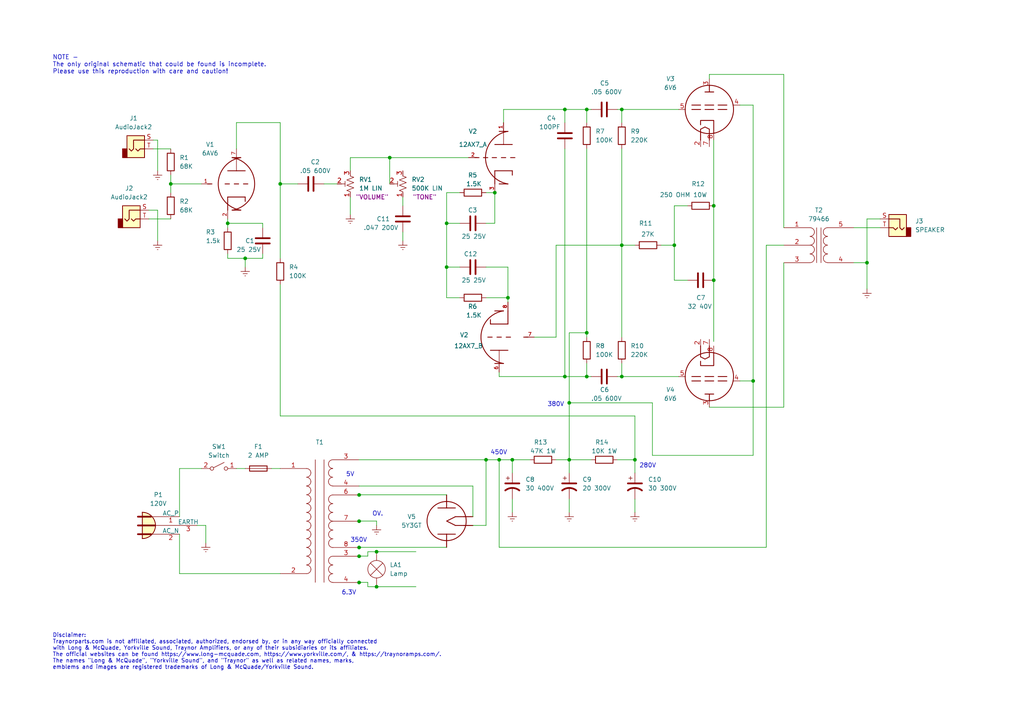
<source format=kicad_sch>
(kicad_sch (version 20211123) (generator eeschema)
  (paper "A4")
  (title_block (title "Traynor \"Bass Mate\" YBA-2 (6AV6)") (date "2022-12-31") (rev "1.0") (comment 1 "Redrawn By: Traynorparts.com") (comment 2 "Edited By: Don Doucette") (comment 3 "Originally Drawn By: Grant Laughlen") (comment 4 "Design By: Pete Traynor"))
  (lib_symbols
    (symbol "6V6GT_1"
      (property "Reference" "V" (at -14.605 6.35 0))
      (symbol "6V6GT_1_0_1"
        (polyline (pts (xy -5.08 -1.27) (xy -2.54 -1.27) (xy -3.175 -1.27)) (stroke (width 0.254)))
        (polyline (pts (xy -5.08 0) (xy -2.54 0) (xy -3.175 0)) (stroke (width 0.254)))
        (polyline (pts (xy -1.27 -1.27) (xy 1.27 -1.27) (xy 0.635 -1.27)) (stroke (width 0.254)))
        (polyline (pts (xy -1.27 0) (xy 1.27 0) (xy 0.635 0)) (stroke (width 0.254)))
        (polyline (pts (xy 2.54 -1.27) (xy 5.08 -1.27) (xy 4.445 -1.27)) (stroke (width 0.254)))
        (polyline (pts (xy 2.54 0) (xy 5.08 0) (xy 4.445 0)) (stroke (width 0.254)))
        (polyline (pts (xy 0 -6.985) (xy 0 -5.08) (xy -1.27 -5.08) (xy 1.27 -5.08)) (stroke (width 0.254)))
        (polyline (pts (xy 1.27 6.985) (xy 1.27 3.175) (xy -2.54 3.175) (xy -2.54 4.445)) (stroke (width 0.254)))
        (polyline (pts (xy -2.54 8.89) (xy -2.54 5.715) (xy -1.27 5.08) (xy 0 5.715) (xy 0 8.89) (xy 0 8.255)) (stroke (width 0.254)))
        (circle (center 0 0) (radius 7.0138) (stroke (width 0.254)))
      )
      (symbol "6V6GT_1_1_1"
        (pin passive line (at -2.54 10.795 270) (length 2) (name "") (number "2"))
        (pin passive line (at 0 -8.89 90) (length 2.54) (name "~") (number "3"))
        (pin passive line (at 8.89 -1.27 180) (length 2) (name "~") (number "4"))
        (pin passive line (at -8.89 0 0) (length 2) (name "~") (number "5"))
        (pin passive line (at 0 10.795 270) (length 2) (name "") (number "7"))
        (pin passive line (at 1.27 8.89 270) (length 2) (name "~") (number "8"))
      )
    )
    (symbol "Amplifier Library:12AX7_A"
      (property "Reference" "V" (at -11.43 3.175 0))
      (symbol "12AX7_A_1_0"
        (polyline (pts (xy -5.842 0) (xy -4.572 0)) (stroke (width 0.254)))
        (polyline (pts (xy -0.762 0) (xy 0.508 0)) (stroke (width 0.254)))
        (polyline (pts (xy 0 -7.62) (xy 0 -3.81)) (stroke (width 0.254)))
        (polyline (pts (xy 0 -3.81) (xy 5.08 -3.81)) (stroke (width 0.254)))
        (polyline (pts (xy 0 3.81) (xy 2.54 3.81)) (stroke (width 0.254)))
        (polyline (pts (xy 1.27 -7.62) (xy 3.81 -7.62)) (stroke (width 0.254)))
        (polyline (pts (xy 1.905 0) (xy 3.175 0)) (stroke (width 0.254)))
        (polyline (pts (xy 2.54 3.81) (xy 5.08 3.81)) (stroke (width 0.254)))
        (polyline (pts (xy 2.54 7.62) (xy 2.54 3.81)) (stroke (width 0.1524)))
        (polyline (pts (xy 4.572 0) (xy 5.842 0)) (stroke (width 0.254)))
        (polyline (pts (xy 5.08 -5.08) (xy 5.08 -3.81)) (stroke (width 0.254)))
        (polyline (pts (xy 1.27 7.62) (xy 3.81 7.62) (xy 3.175 7.62)) (stroke (width 0.254)))
        (arc (start 1.3208 -7.62) (mid 10.2569 0) (end 1.3208 7.62) (stroke (width 0.254)))
        (pin passive line (at 2.54 10.16 270) (length 2.54) (name "~") (number "6"))
        (pin passive line (at -7.62 0 0) (length 2.54) (name "~") (number "7"))
        (pin passive line (at 0 -10.16 90) (length 2.54) (name "~") (number "8"))
      )
    )
    (symbol "Amplifier Library:12AX7_B"
      (property "Reference" "V" (at -5.08 6.35 0))
      (symbol "12AX7_B_0_0"
        (polyline (pts (xy 2.54 -7.62) (xy 0 -7.62)) (stroke (width 0.254)))
        (polyline (pts (xy 2.54 7.62) (xy 0 7.62)) (stroke (width 0.254)))
      )
      (symbol "12AX7_B_1_0"
        (polyline (pts (xy -7.112 0) (xy -5.842 0)) (stroke (width 0.254)))
        (polyline (pts (xy -4.572 0) (xy -3.302 0)) (stroke (width 0.254)))
        (polyline (pts (xy -2.032 0) (xy -0.762 0)) (stroke (width 0.254)))
        (polyline (pts (xy -1.27 -7.62) (xy -1.27 -3.81)) (stroke (width 0.254)))
        (polyline (pts (xy -1.27 -3.81) (xy 3.81 -3.81)) (stroke (width 0.254)))
        (polyline (pts (xy -1.27 3.81) (xy 1.27 3.81)) (stroke (width 0.254)))
        (polyline (pts (xy 0.635 0) (xy 1.905 0)) (stroke (width 0.254)))
        (polyline (pts (xy 1.27 3.81) (xy 3.81 3.81)) (stroke (width 0.254)))
        (polyline (pts (xy 1.27 7.62) (xy 1.27 3.81)) (stroke (width 0.1524)))
        (polyline (pts (xy 3.302 0) (xy 4.572 0)) (stroke (width 0.254)))
        (polyline (pts (xy 3.81 -5.08) (xy 3.81 -3.81)) (stroke (width 0.254)))
        (arc (start 2.54 7.62) (mid -6.3961 0) (end 2.54 -7.62) (stroke (width 0.254)))
        (pin passive line (at 1.27 10.16 270) (length 2.54) (name "~") (number "1"))
        (pin passive line (at -8.89 0 0) (length 2.54) (name "~") (number "2"))
        (pin passive line (at -1.27 -10.16 90) (length 2.54) (name "~") (number "3"))
      )
    )
    (symbol "Amplifier Library:5Y3GT"
      (property "Reference" "V" (at -11.43 3.175 0))
      (symbol "5Y3GT_0_1"
        (circle (center 2.54 0) (radius 5.6796) (stroke (width 0.254)))
      )
      (symbol "5Y3GT_1_0"
        (polyline (pts (xy 0 -3.81) (xy 2.54 -3.81)) (stroke (width 0.254)))
        (polyline (pts (xy 0 3.81) (xy 2.54 3.81)) (stroke (width 0.254)))
        (polyline (pts (xy 2.54 -7.62) (xy 2.54 -3.81)) (stroke (width 0.254)))
        (polyline (pts (xy 2.54 -3.81) (xy 5.08 -3.81)) (stroke (width 0.254)))
        (polyline (pts (xy 2.54 3.81) (xy 5.08 3.81)) (stroke (width 0.254)))
        (polyline (pts (xy 2.54 7.62) (xy 2.54 3.81)) (stroke (width 0.254)))
        (polyline (pts (xy 5.08 -1.27) (xy 7.62 -1.27)) (stroke (width 0.254)))
        (polyline (pts (xy 5.08 1.27) (xy 7.62 1.27)) (stroke (width 0.254)))
        (polyline (pts (xy 7.62 -1.27) (xy 10.16 -1.27)) (stroke (width 0.254)))
        (polyline (pts (xy 7.62 1.27) (xy 10.16 1.27)) (stroke (width 0.254)))
        (polyline (pts (xy 5.08 1.27) (xy 2.54 0) (xy 5.08 -1.27)) (stroke (width 0.254)))
        (pin passive line (at 2.54 -7.62 90) (length 2.54) (name "~") (number ""))
        (pin passive line (at 2.54 7.62 270) (length 2.54) (name "~") (number ""))
        (pin passive line (at 10.16 -1.27 180) (length 2.54) (name "~") (number ""))
        (pin passive line (at 10.16 1.27 180) (length 2.54) (name "~") (number ""))
      )
    )
    (symbol "Amplifier Library:6AV6"
      (property "Reference" "V" (at -11.43 3.175 0))
      (symbol "6AV6_1_0"
        (polyline (pts (xy -5.842 0) (xy -4.572 0)) (stroke (width 0.254)))
        (polyline (pts (xy -0.762 0) (xy 0.508 0)) (stroke (width 0.254)))
        (polyline (pts (xy 0 -7.62) (xy 0 -3.81)) (stroke (width 0.254)))
        (polyline (pts (xy 0 -3.81) (xy 5.08 -3.81)) (stroke (width 0.254)))
        (polyline (pts (xy 0 3.81) (xy 2.54 3.81)) (stroke (width 0.254)))
        (polyline (pts (xy 1.27 -7.62) (xy 3.81 -7.62)) (stroke (width 0.254)))
        (polyline (pts (xy 1.905 0) (xy 3.175 0)) (stroke (width 0.254)))
        (polyline (pts (xy 2.54 3.81) (xy 5.08 3.81)) (stroke (width 0.254)))
        (polyline (pts (xy 2.54 7.62) (xy 2.54 3.81)) (stroke (width 0.1524)))
        (polyline (pts (xy 4.572 0) (xy 5.842 0)) (stroke (width 0.254)))
        (polyline (pts (xy 5.08 -5.08) (xy 5.08 -3.81)) (stroke (width 0.254)))
        (polyline (pts (xy 1.27 7.62) (xy 3.81 7.62) (xy 3.175 7.62)) (stroke (width 0.254)))
        (arc (start 1.3208 -7.62) (mid 10.2569 0) (end 1.3208 7.62) (stroke (width 0.254)))
        (arc (start 3.7592 7.62) (mid -5.1769 0) (end 3.7592 -7.62) (stroke (width 0.254)))
        (pin passive line (at -7.62 0 0) (length 2.54) (name "~") (number "1"))
        (pin passive line (at 0 -10.16 90) (length 2.54) (name "~") (number "2"))
        (pin passive line (at 2.54 10.16 270) (length 2.54) (name "~") (number "7"))
      )
    )
    (symbol "Amplifier Library:6V6GT"
      (property "Reference" "V" (at -14.605 6.35 0))
      (symbol "6V6GT_0_1"
        (polyline (pts (xy -5.08 -1.27) (xy -2.54 -1.27) (xy -3.175 -1.27)) (stroke (width 0.254)))
        (polyline (pts (xy -5.08 0) (xy -2.54 0) (xy -3.175 0)) (stroke (width 0.254)))
        (polyline (pts (xy -1.27 -1.27) (xy 1.27 -1.27) (xy 0.635 -1.27)) (stroke (width 0.254)))
        (polyline (pts (xy -1.27 0) (xy 1.27 0) (xy 0.635 0)) (stroke (width 0.254)))
        (polyline (pts (xy 2.54 -1.27) (xy 5.08 -1.27) (xy 4.445 -1.27)) (stroke (width 0.254)))
        (polyline (pts (xy 2.54 0) (xy 5.08 0) (xy 4.445 0)) (stroke (width 0.254)))
        (polyline (pts (xy 0 -6.985) (xy 0 -5.08) (xy -1.27 -5.08) (xy 1.27 -5.08)) (stroke (width 0.254)))
        (polyline (pts (xy 1.27 6.985) (xy 1.27 3.175) (xy -2.54 3.175) (xy -2.54 4.445)) (stroke (width 0.254)))
        (polyline (pts (xy -2.54 8.89) (xy -2.54 5.715) (xy -1.27 5.08) (xy 0 5.715) (xy 0 8.89) (xy 0 8.255)) (stroke (width 0.254)))
        (circle (center 0 0) (radius 7.0138) (stroke (width 0.254)))
      )
      (symbol "6V6GT_1_1"
        (pin passive line (at -2.54 10.795 270) (length 2) (name "") (number "2"))
        (pin passive line (at 0 -8.89 90) (length 2.54) (name "~") (number "3"))
        (pin passive line (at 8.89 -1.27 180) (length 2) (name "~") (number "4"))
        (pin passive line (at -8.89 0 0) (length 2) (name "~") (number "5"))
        (pin passive line (at 0 10.795 270) (length 2) (name "") (number "7"))
        (pin passive line (at 1.27 8.89 270) (length 2) (name "~") (number "8"))
      )
    )
    (symbol "Amplifier Library:AudioJack2"
      (property "Reference" "J" (at 0 8.89 0))
      (property "Value" "AudioJack2" (at 0 6.35 0))
      (symbol "AudioJack2_0_1"
        (rectangle (start -3.81 0) (end -2.54 -2.54) (stroke (width 0.254)) (fill (type outline)))
        (rectangle (start -2.54 3.81) (end 2.54 -2.54) (stroke (width 0.254)) (fill (type background)))
        (polyline (pts (xy 0 0) (xy 0.635 -0.635) (xy 1.27 0) (xy 2.54 0)) (stroke (width 0.254)))
        (polyline (pts (xy 2.54 2.54) (xy -0.635 2.54) (xy -0.635 0) (xy -1.27 -0.635) (xy -1.905 0)) (stroke (width 0.254)))
      )
      (symbol "AudioJack2_1_1"
        (pin passive line (at 5.08 2.54 180) (length 2.54) (name "~") (number "S"))
        (pin passive line (at 5.08 0 180) (length 2.54) (name "~") (number "T"))
      )
    )
    (symbol "Amplifier Library:Conn_WallPlug_Earth" (pin_names (offset 0))
      (property "Reference" "P" (at 0 3.81 0))
      (property "Value" "Conn_WallPlug_Earth" (at -5.08 0 90))
      (symbol "Conn_WallPlug_Earth_0_1"
        (arc (start -3.175 -3.81) (mid 0.635 0) (end -3.175 3.81) (stroke (width 0.254)) (fill (type background)))
        (polyline (pts (xy -4.445 -2.54) (xy -0.635 -2.54)) (stroke (width 0.508)))
        (polyline (pts (xy -4.445 0) (xy 0.508 0)) (stroke (width 0.508)))
        (polyline (pts (xy -4.445 2.54) (xy -0.635 2.54)) (stroke (width 0.508)))
        (polyline (pts (xy -3.175 -3.81) (xy -3.175 3.81)) (stroke (width 0.254)))
        (polyline (pts (xy -0.635 -2.54) (xy 2.54 -2.54)))
        (polyline (pts (xy -0.635 2.54) (xy 2.54 2.54)))
        (polyline (pts (xy 0 0) (xy 7.62 0)))
      )
      (symbol "Conn_WallPlug_Earth_1_1"
        (pin power_out line (at 7.62 2.54 180) (length 5.08) (name "AC_P") (number "1"))
        (pin power_out line (at 7.62 -2.54 180) (length 5.08) (name "AC_N") (number "2"))
        (pin passive line (at 12.7 0 180) (length 5.08) (name "EARTH") (number "3"))
      )
    )
    (symbol "Amplifier Library:GTR_Power_Transformer2" (pin_names (offset 1.016) hide)
      (property "Reference" "T" (at 0 12.7 0))
      (property "Value" "GTR_Power_Transformer2" (at 0 -29.21 0))
      (symbol "GTR_Power_Transformer2_0_1"
        (arc (start -3.81 -2.5146) (mid -2.9261 -2.1463) (end -2.54 -1.27))
        (arc (start -3.81 0.0254) (mid -2.9261 0.3937) (end -2.54 1.27))
        (arc (start -3.81 2.5654) (mid -2.9261 2.9337) (end -2.54 3.81))
        (arc (start -3.81 5.1054) (mid -2.9261 5.4737) (end -2.54 6.35))
        (arc (start -3.7915 -22.8791) (mid -2.9076 -22.5108) (end -2.5215 -21.6345))
        (arc (start -3.7915 -20.3391) (mid -2.9076 -19.9708) (end -2.5215 -19.0945))
        (arc (start -3.7915 -17.7991) (mid -2.9076 -17.4308) (end -2.5215 -16.5545))
        (arc (start -3.7915 -15.2591) (mid -2.9076 -14.8908) (end -2.5215 -14.0145))
        (arc (start -3.7915 -12.7191) (mid -2.9076 -12.3508) (end -2.5215 -11.4745))
        (arc (start -3.7915 -10.1791) (mid -2.9076 -9.8108) (end -2.5215 -8.9345))
        (arc (start -3.7915 -7.6391) (mid -2.9076 -7.2708) (end -2.5215 -6.3945))
        (arc (start -3.7915 -5.0991) (mid -2.9076 -4.7308) (end -2.5215 -3.8545))
        (arc (start -2.54 -1.27) (mid -2.912 -0.372) (end -3.81 0))
        (arc (start -2.54 1.27) (mid -2.912 2.168) (end -3.81 2.54))
        (arc (start -2.54 3.81) (mid -2.912 4.708) (end -3.81 5.08))
        (arc (start -2.54 6.35) (mid -2.912 7.248) (end -3.81 7.62))
        (arc (start -2.5215 -21.6345) (mid -2.8935 -20.7365) (end -3.7915 -20.3645))
        (arc (start -2.5215 -19.0945) (mid -2.8935 -18.1965) (end -3.7915 -17.8245))
        (arc (start -2.5215 -16.5545) (mid -2.8935 -15.6565) (end -3.7915 -15.2845))
        (arc (start -2.5215 -14.0145) (mid -2.8935 -13.1165) (end -3.7915 -12.7445))
        (arc (start -2.5215 -11.4745) (mid -2.8935 -10.5765) (end -3.7915 -10.2045))
        (arc (start -2.5215 -8.9345) (mid -2.8935 -8.0365) (end -3.7915 -7.6645))
        (arc (start -2.5215 -6.3945) (mid -2.8935 -5.4965) (end -3.7915 -5.1245))
        (arc (start -2.5215 -3.8545) (mid -2.8935 -2.9565) (end -3.7915 -2.5845))
        (polyline (pts (xy -1.27 10.16) (xy -1.27 -25.4)))
        (polyline (pts (xy 1.27 10.16) (xy 1.27 -25.4)))
        (arc (start 2.5654 3.81) (mid 2.9299 2.9299) (end 3.81 2.5654))
        (arc (start 2.5654 6.35) (mid 2.9299 5.4699) (end 3.81 5.1054))
        (arc (start 2.5654 8.89) (mid 2.9299 8.0099) (end 3.81 7.6454))
        (arc (start 2.5824 -24.172) (mid 2.9469 -25.0521) (end 3.827 -25.4166))
        (arc (start 2.5824 -21.632) (mid 2.9469 -22.5121) (end 3.827 -22.8766))
        (arc (start 2.5824 -19.092) (mid 2.9469 -19.9721) (end 3.827 -20.3366))
        (arc (start 2.5824 -6.392) (mid 2.9469 -7.2721) (end 3.827 -7.6366))
        (arc (start 2.5824 -3.852) (mid 2.9469 -4.7321) (end 3.827 -5.0966))
        (arc (start 2.5824 -1.312) (mid 2.9469 -2.1921) (end 3.827 -2.5566))
        (arc (start 2.5994 -14.054) (mid 2.9639 -14.9341) (end 3.844 -15.2986))
        (arc (start 2.5994 -11.514) (mid 2.9639 -12.3941) (end 3.844 -12.7586))
        (arc (start 2.5994 -8.974) (mid 2.9639 -9.8541) (end 3.844 -10.2186))
        (arc (start 3.81 5.08) (mid 2.9158 4.7115) (end 2.5654 3.81))
        (arc (start 3.81 7.62) (mid 2.9158 7.2515) (end 2.5654 6.35))
        (arc (start 3.81 10.16) (mid 2.9158 9.7915) (end 2.5654 8.89))
        (arc (start 3.827 -22.902) (mid 2.9328 -23.2705) (end 2.5824 -24.172))
        (arc (start 3.827 -20.362) (mid 2.9328 -20.7305) (end 2.5824 -21.632))
        (arc (start 3.827 -17.822) (mid 2.9328 -18.1905) (end 2.5824 -19.092))
        (arc (start 3.827 -5.122) (mid 2.9328 -5.4905) (end 2.5824 -6.392))
        (arc (start 3.827 -2.582) (mid 2.9328 -2.9505) (end 2.5824 -3.852))
        (arc (start 3.827 -0.042) (mid 2.9328 -0.4105) (end 2.5824 -1.312))
        (arc (start 3.844 -12.784) (mid 2.9498 -13.1525) (end 2.5994 -14.054))
        (arc (start 3.844 -10.244) (mid 2.9498 -10.6125) (end 2.5994 -11.514))
        (arc (start 3.844 -7.704) (mid 2.9498 -8.0725) (end 2.5994 -8.974))
      )
      (symbol "GTR_Power_Transformer2_1_1"
        (pin passive line (at -11.43 7.62 0) (length 7.62) (name "IN+") (number "1"))
        (pin passive line (at -11.43 -22.86 0) (length 7.62) (name "IN-") (number "2"))
        (pin passive line (at 11.43 10.16 180) (length 7.62) (name "OUT1A") (number "3"))
        (pin passive line (at 11.447 -17.822 180) (length 7.62) (name "OUT1A") (number "3"))
        (pin passive line (at 11.43 2.54 180) (length 7.62) (name "OUT1B") (number "4"))
        (pin passive line (at 11.447 -25.442 180) (length 7.62) (name "OUT1B") (number "4"))
        (pin passive line (at 11.447 -0.042 180) (length 7.62) (name "OUT1A") (number "6"))
        (pin passive line (at 11.447 -7.662 180) (length 7.62) (name "OUT1B") (number "7"))
        (pin passive line (at 11.447 -15.282 180) (length 7.62) (name "OUT1B") (number "8"))
      )
    )
    (symbol "Amplifier Library:Lamp" (pin_numbers hide) (pin_names (offset 0.0254) hide)
      (property "Reference" "LA" (at 0.635 3.81 0))
      (property "Value" "Lamp" (at 0.635 -3.81 0))
      (symbol "Lamp_0_1"
        (polyline (pts (xy -1.778 1.778) (xy 1.778 -1.778)))
        (polyline (pts (xy 1.778 1.778) (xy -1.778 -1.778)))
        (circle (center 0 0) (radius 2.54))
      )
      (symbol "Lamp_1_1"
        (pin passive line (at 0 -5.08 90) (length 2.54) (name "-") (number "1"))
        (pin passive line (at 0 5.08 270) (length 2.54) (name "+") (number "2"))
      )
    )
    (symbol "Amplifier Library:R_Potentiometer_Trim_US" (pin_names (offset 1.016) hide)
      (property "Reference" "RV" (at -4.445 0 90))
      (property "Value" "R_Potentiometer_Trim_US" (at -2.54 0 90))
      (symbol "R_Potentiometer_Trim_US_0_1"
        (polyline (pts (xy 0 -2.286) (xy 0 -2.54)))
        (polyline (pts (xy 0 2.286) (xy 0 2.54)))
        (polyline (pts (xy 1.524 0.762) (xy 1.524 -0.762)))
        (polyline (pts (xy 2.54 0) (xy 1.524 0)))
        (polyline (pts (xy 0 -0.762) (xy 1.016 -1.143) (xy 0 -1.524) (xy -1.016 -1.905) (xy 0 -2.286)))
        (polyline (pts (xy 0 0.762) (xy 1.016 0.381) (xy 0 0) (xy -1.016 -0.381) (xy 0 -0.762)))
        (polyline (pts (xy 0 2.286) (xy 1.016 1.905) (xy 0 1.524) (xy -1.016 1.143) (xy 0 0.762)))
      )
      (symbol "R_Potentiometer_Trim_US_1_1"
        (pin passive line (at 0 3.81 270) (length 1.27) (name "1") (number "1"))
        (pin passive line (at 3.81 0 180) (length 1.27) (name "2") (number "2"))
        (pin passive line (at 0 -3.81 90) (length 1.27) (name "3") (number "3"))
      )
    )
    (symbol "Amplifier Library:Switch" (pin_names (offset 0) hide)
      (property "Reference" "SW" (at 0 3.81 0))
      (property "Value" "Switch" (at 0 -3.81 0))
      (symbol "Switch_0_0"
        (circle (center -2.032 0) (radius 0.508))
        (polyline (pts (xy 1.524 0.254) (xy -1.524 1.778)))
        (circle (center 2.032 0) (radius 0.508))
      )
      (symbol "Switch_1_1"
        (pin passive line (at -5.08 0 0) (length 2.54) (name "B") (number "1"))
        (pin passive line (at 5.08 0 180) (length 2.54) (name "A") (number "2"))
      )
    )
    (symbol "Device:C" (pin_numbers hide) (pin_names (offset 0.254))
      (property "Reference" "C" (at 0.635 2.54 0))
      (property "Value" "C" (at 0.635 -2.54 0))
      (symbol "C_0_1"
        (polyline (pts (xy -2.032 -0.762) (xy 2.032 -0.762)) (stroke (width 0.508)))
        (polyline (pts (xy -2.032 0.762) (xy 2.032 0.762)) (stroke (width 0.508)))
      )
      (symbol "C_1_1"
        (pin passive line (at 0 3.81 270) (length 2.794) (name "~") (number "1"))
        (pin passive line (at 0 -3.81 90) (length 2.794) (name "~") (number "2"))
      )
    )
    (symbol "Device:C_Polarized_US" (pin_numbers hide) (pin_names (offset 0.254) hide)
      (property "Reference" "C" (at 0.635 2.54 0))
      (property "Value" "C_Polarized_US" (at 0.635 -2.54 0))
      (symbol "C_Polarized_US_0_1"
        (polyline (pts (xy -2.032 0.762) (xy 2.032 0.762)) (stroke (width 0.508)))
        (polyline (pts (xy -1.778 2.286) (xy -0.762 2.286)))
        (polyline (pts (xy -1.27 1.778) (xy -1.27 2.794)))
        (arc (start 2.032 -1.27) (mid 0 -0.5572) (end -2.032 -1.27) (stroke (width 0.508)))
      )
      (symbol "C_Polarized_US_1_1"
        (pin passive line (at 0 3.81 270) (length 2.794) (name "~") (number "1"))
        (pin passive line (at 0 -3.81 90) (length 3.302) (name "~") (number "2"))
      )
    )
    (symbol "Device:Fuse" (pin_numbers hide) (pin_names (offset 0))
      (property "Reference" "F" (at 2.032 0 90))
      (property "Value" "Fuse" (at -1.905 0 90))
      (symbol "Fuse_0_1"
        (rectangle (start -0.762 -2.54) (end 0.762 2.54) (stroke (width 0.254)))
        (polyline (pts (xy 0 2.54) (xy 0 -2.54)))
      )
      (symbol "Fuse_1_1"
        (pin passive line (at 0 3.81 270) (length 1.27) (name "~") (number "1"))
        (pin passive line (at 0 -3.81 90) (length 1.27) (name "~") (number "2"))
      )
    )
    (symbol "Device:R" (pin_numbers hide) (pin_names (offset 0))
      (property "Reference" "R" (at 2.032 0 90))
      (property "Value" "R" (at 0 0 90))
      (symbol "R_0_1"
        (rectangle (start -1.016 -2.54) (end 1.016 2.54) (stroke (width 0.254)))
      )
      (symbol "R_1_1"
        (pin passive line (at 0 3.81 270) (length 1.27) (name "~") (number "1"))
        (pin passive line (at 0 -3.81 90) (length 1.27) (name "~") (number "2"))
      )
    )
    (symbol "Device:Transformer_SP_1S" (pin_names (offset 1.016) hide)
      (property "Reference" "T" (at 0 6.35 0))
      (property "Value" "Transformer_SP_1S" (at 0 -7.62 0))
      (symbol "Transformer_SP_1S_0_1"
        (arc (start -2.54 -5.0546) (mid -1.6599 -4.6901) (end -1.27 -3.81))
        (arc (start -2.54 -2.5146) (mid -1.6599 -2.1501) (end -1.27 -1.27))
        (arc (start -2.54 0.0254) (mid -1.6599 0.3899) (end -1.27 1.27))
        (arc (start -2.54 2.5654) (mid -1.6599 2.9299) (end -1.27 3.81))
        (arc (start -1.27 -3.81) (mid -1.642 -2.912) (end -2.54 -2.54))
        (arc (start -1.27 -1.27) (mid -1.642 -0.372) (end -2.54 0))
        (arc (start -1.27 1.27) (mid -1.642 2.168) (end -2.54 2.54))
        (arc (start -1.27 3.81) (mid -1.642 4.708) (end -2.54 5.08))
        (polyline (pts (xy -0.635 5.08) (xy -0.635 -5.08)))
        (polyline (pts (xy 0.635 -5.08) (xy 0.635 5.08)))
        (arc (start 1.2954 -1.27) (mid 1.6599 -2.1501) (end 2.54 -2.5146))
        (arc (start 1.2954 1.27) (mid 1.6599 0.3899) (end 2.54 0.0254))
        (arc (start 1.2954 3.81) (mid 1.6599 2.9299) (end 2.54 2.5654))
        (arc (start 1.3208 -3.81) (mid 1.6853 -4.6901) (end 2.5654 -5.0546))
        (arc (start 2.54 0) (mid 1.642 -0.372) (end 1.2954 -1.27))
        (arc (start 2.54 2.54) (mid 1.642 2.168) (end 1.2954 1.27))
        (arc (start 2.54 5.08) (mid 1.642 4.708) (end 1.2954 3.81))
        (arc (start 2.5654 -2.54) (mid 1.6674 -2.912) (end 1.3208 -3.81))
      )
      (symbol "Transformer_SP_1S_1_1"
        (pin passive line (at -10.16 5.08 0) (length 7.62) (name "PR1") (number "1"))
        (pin passive line (at -10.16 0 0) (length 7.62) (name "PM") (number "2"))
        (pin passive line (at -10.16 -5.08 0) (length 7.62) (name "PR2") (number "3"))
        (pin passive line (at 10.16 -5.08 180) (length 7.62) (name "S1") (number "4"))
        (pin passive line (at 10.16 5.08 180) (length 7.62) (name "S2") (number "5"))
      )
    )
    (symbol "power:Earth" (power) (pin_names (offset 0))
      (symbol "Earth_0_1"
        (polyline (pts (xy -0.635 -1.905) (xy 0.635 -1.905)))
        (polyline (pts (xy -0.127 -2.54) (xy 0.127 -2.54)))
        (polyline (pts (xy 0 -1.27) (xy 0 0)))
        (polyline (pts (xy 1.27 -1.27) (xy -1.27 -1.27)))
      )
      (symbol "Earth_1_1"
        (pin power_in line (at 0 0 270) (length 0) hide (name "Earth") (number "1"))
      )
    )
  )
  (junction (at 148.59 133.35))
  (junction (at 180.34 31.75))
  (junction (at 165.1 133.35))
  (junction (at 104.157 161.332))
  (junction (at 143.51 55.88))
  (junction (at 71.12 74.93))
  (junction (at 170.18 96.52))
  (junction (at 109.22 170.18))
  (junction (at 113.03 45.72))
  (junction (at 49.53 53.34))
  (junction (at 104.157 151.172))
  (junction (at 81.28 53.34))
  (junction (at 184.15 133.35))
  (junction (at 163.83 109.22))
  (junction (at 251.46 76.2))
  (junction (at 109.22 160.02))
  (junction (at 180.34 109.22))
  (junction (at 129.54 64.77))
  (junction (at 163.83 31.75))
  (junction (at 207.01 59.69))
  (junction (at 104.157 168.952))
  (junction (at 170.18 31.75))
  (junction (at 66.04 64.77))
  (junction (at 195.58 71.12))
  (junction (at 140.97 133.35))
  (junction (at 147.32 86.36))
  (junction (at 207.01 81.28))
  (junction (at 170.18 109.22))
  (junction (at 104.157 158.792))
  (junction (at 144.78 133.35))
  (junction (at 180.34 71.12))
  (junction (at 218.44 110.49))
  (junction (at 104.157 143.552))
  (junction (at 165.1 116.84))
  (junction (at 129.54 77.47))
  (wire (pts (xy 148.59 144.78) (xy 148.59 148.59)))
  (wire (pts (xy 144.78 133.35) (xy 144.78 158.75)))
  (wire (pts (xy 251.46 76.2) (xy 251.46 83.82)))
  (wire (pts (xy 227.33 76.2) (xy 227.33 118.11)))
  (wire (pts (xy 207.01 81.28) (xy 207.01 99.06)))
  (wire (pts (xy 170.18 96.52) (xy 165.1 96.52)))
  (wire (pts (xy 106.68 168.91) (xy 106.68 170.18)))
  (wire (pts (xy 184.15 133.35) (xy 184.15 137.16)))
  (wire (pts (xy 184.15 120.65) (xy 81.28 120.65)))
  (wire (pts (xy 165.1 96.52) (xy 165.1 116.84)))
  (wire (pts (xy 171.45 109.22) (xy 170.18 109.22)))
  (wire (pts (xy 147.32 77.47) (xy 147.32 86.36)))
  (wire (pts (xy 171.45 31.75) (xy 170.18 31.75)))
  (wire (pts (xy 104.14 143.51) (xy 129.54 143.51)))
  (wire (pts (xy 43.18 60.96) (xy 45.72 60.96)))
  (wire (pts (xy 205.74 21.59) (xy 227.33 21.59)))
  (wire (pts (xy 52.07 166.37) (xy 81.28 166.37)))
  (wire (pts (xy 71.12 74.93) (xy 71.12 77.47)))
  (wire (pts (xy 104.14 140.97) (xy 137.16 140.97)))
  (wire (pts (xy 116.84 67.31) (xy 116.84 69.85)))
  (wire (pts (xy 52.07 154.94) (xy 52.07 166.37)))
  (wire (pts (xy 227.33 21.59) (xy 227.33 66.04)))
  (wire (pts (xy 205.74 21.59) (xy 205.74 22.86)))
  (wire (pts (xy 45.72 60.96) (xy 45.72 69.85)))
  (wire (pts (xy 106.68 170.18) (xy 109.22 170.18)))
  (wire (pts (xy 109.22 151.13) (xy 109.22 152.4)))
  (wire (pts (xy 66.04 73.66) (xy 66.04 74.93)))
  (wire (pts (xy 148.59 133.35) (xy 148.59 137.16)))
  (wire (pts (xy 66.04 64.77) (xy 66.04 66.04)))
  (wire (pts (xy 165.1 144.78) (xy 165.1 148.59)))
  (wire (pts (xy 205.74 118.11) (xy 227.33 118.11)))
  (wire (pts (xy 161.29 71.12) (xy 180.34 71.12)))
  (wire (pts (xy 66.04 64.77) (xy 76.2 64.77)))
  (wire (pts (xy 93.98 53.34) (xy 97.79 53.34)))
  (wire (pts (xy 49.53 50.8) (xy 49.53 53.34)))
  (wire (pts (xy 163.83 31.75) (xy 163.83 35.56)))
  (wire (pts (xy 191.77 71.12) (xy 195.58 71.12)))
  (wire (pts (xy 116.84 57.15) (xy 116.84 59.69)))
  (wire (pts (xy 109.22 170.18) (xy 120.65 170.18)))
  (wire (pts (xy 76.2 73.66) (xy 76.2 74.93)))
  (wire (pts (xy 165.1 116.84) (xy 165.1 133.35)))
  (wire (pts (xy 170.18 31.75) (xy 170.18 35.56)))
  (wire (pts (xy 189.23 116.84) (xy 189.23 132.08)))
  (wire (pts (xy 81.28 35.56) (xy 81.28 53.34)))
  (wire (pts (xy 218.44 132.08) (xy 218.44 110.49)))
  (wire (pts (xy 180.34 31.75) (xy 180.34 35.56)))
  (wire (pts (xy 52.07 135.89) (xy 58.42 135.89)))
  (wire (pts (xy 180.34 109.22) (xy 196.85 109.22)))
  (wire (pts (xy 161.29 133.35) (xy 165.1 133.35)))
  (wire (pts (xy 133.35 55.88) (xy 129.54 55.88)))
  (wire (pts (xy 68.58 135.89) (xy 71.12 135.89)))
  (wire (pts (xy 247.65 76.2) (xy 251.46 76.2)))
  (wire (pts (xy 247.65 66.04) (xy 255.27 66.04)))
  (wire (pts (xy 165.1 116.84) (xy 189.23 116.84)))
  (wire (pts (xy 104.14 151.13) (xy 109.22 151.13)))
  (wire (pts (xy 180.34 31.75) (xy 196.85 31.75)))
  (wire (pts (xy 49.53 53.34) (xy 49.53 55.88)))
  (wire (pts (xy 189.23 132.08) (xy 218.44 132.08)))
  (wire (pts (xy 129.54 55.88) (xy 129.54 64.77)))
  (wire (pts (xy 143.51 55.88) (xy 143.51 64.77)))
  (wire (pts (xy 106.68 160.02) (xy 109.22 160.02)))
  (wire (pts (xy 227.33 71.12) (xy 222.25 71.12)))
  (wire (pts (xy 137.16 140.97) (xy 137.16 149.86)))
  (wire (pts (xy 146.05 31.75) (xy 163.83 31.75)))
  (wire (pts (xy 199.39 59.69) (xy 195.58 59.69)))
  (wire (pts (xy 214.63 30.48) (xy 218.44 30.48)))
  (wire (pts (xy 104.14 161.29) (xy 106.68 161.29)))
  (wire (pts (xy 170.18 43.18) (xy 170.18 96.52)))
  (wire (pts (xy 129.54 64.77) (xy 133.35 64.77)))
  (wire (pts (xy 222.25 71.12) (xy 222.25 158.75)))
  (wire (pts (xy 59.69 152.4) (xy 59.69 157.48)))
  (wire (pts (xy 140.97 55.88) (xy 143.51 55.88)))
  (wire (pts (xy 113.03 45.72) (xy 135.89 45.72)))
  (wire (pts (xy 147.32 86.36) (xy 147.32 87.63)))
  (wire (pts (xy 161.29 97.79) (xy 161.29 71.12)))
  (wire (pts (xy 180.34 71.12) (xy 184.15 71.12)))
  (wire (pts (xy 184.15 144.78) (xy 184.15 148.59)))
  (wire (pts (xy 104.14 168.91) (xy 106.68 168.91)))
  (wire (pts (xy 179.07 31.75) (xy 180.34 31.75)))
  (wire (pts (xy 144.78 109.22) (xy 163.83 109.22)))
  (wire (pts (xy 170.18 96.52) (xy 170.18 97.79)))
  (wire (pts (xy 184.15 133.35) (xy 184.15 120.65)))
  (wire (pts (xy 101.6 45.72) (xy 113.03 45.72)))
  (wire (pts (xy 140.97 133.35) (xy 140.97 152.4)))
  (wire (pts (xy 78.74 135.89) (xy 81.28 135.89)))
  (wire (pts (xy 44.45 40.64) (xy 45.72 40.64)))
  (wire (pts (xy 214.63 110.49) (xy 218.44 110.49)))
  (wire (pts (xy 66.04 63.5) (xy 66.04 64.77)))
  (wire (pts (xy 154.94 97.79) (xy 161.29 97.79)))
  (wire (pts (xy 140.97 77.47) (xy 147.32 77.47)))
  (wire (pts (xy 43.18 63.5) (xy 49.53 63.5)))
  (wire (pts (xy 165.1 133.35) (xy 165.1 137.16)))
  (wire (pts (xy 207.01 40.64) (xy 207.01 59.69)))
  (wire (pts (xy 163.83 31.75) (xy 170.18 31.75)))
  (wire (pts (xy 251.46 63.5) (xy 251.46 76.2)))
  (wire (pts (xy 195.58 81.28) (xy 199.39 81.28)))
  (wire (pts (xy 66.04 74.93) (xy 71.12 74.93)))
  (wire (pts (xy 113.03 45.72) (xy 113.03 53.34)))
  (wire (pts (xy 179.07 133.35) (xy 184.15 133.35)))
  (wire (pts (xy 104.14 133.35) (xy 140.97 133.35)))
  (wire (pts (xy 129.54 77.47) (xy 129.54 86.36)))
  (wire (pts (xy 101.6 57.15) (xy 101.6 62.23)))
  (wire (pts (xy 44.45 43.18) (xy 49.53 43.18)))
  (wire (pts (xy 81.28 120.65) (xy 81.28 82.55)))
  (wire (pts (xy 57.15 152.4) (xy 59.69 152.4)))
  (wire (pts (xy 163.83 109.22) (xy 170.18 109.22)))
  (wire (pts (xy 45.72 40.64) (xy 45.72 49.53)))
  (wire (pts (xy 140.97 64.77) (xy 143.51 64.77)))
  (wire (pts (xy 207.01 59.69) (xy 207.01 81.28)))
  (wire (pts (xy 106.68 161.29) (xy 106.68 160.02)))
  (wire (pts (xy 109.22 160.02) (xy 120.65 160.02)))
  (wire (pts (xy 146.05 35.56) (xy 146.05 31.75)))
  (wire (pts (xy 140.97 86.36) (xy 147.32 86.36)))
  (wire (pts (xy 68.58 35.56) (xy 81.28 35.56)))
  (wire (pts (xy 101.6 49.53) (xy 101.6 45.72)))
  (wire (pts (xy 68.58 43.18) (xy 68.58 35.56)))
  (wire (pts (xy 71.12 74.93) (xy 76.2 74.93)))
  (wire (pts (xy 163.83 43.18) (xy 163.83 109.22)))
  (wire (pts (xy 140.97 133.35) (xy 144.78 133.35)))
  (wire (pts (xy 76.2 64.77) (xy 76.2 66.04)))
  (wire (pts (xy 104.14 158.75) (xy 129.54 158.75)))
  (wire (pts (xy 144.78 158.75) (xy 222.25 158.75)))
  (wire (pts (xy 195.58 71.12) (xy 195.58 81.28)))
  (wire (pts (xy 129.54 86.36) (xy 133.35 86.36)))
  (wire (pts (xy 144.78 107.95) (xy 144.78 109.22)))
  (wire (pts (xy 148.59 133.35) (xy 153.67 133.35)))
  (wire (pts (xy 129.54 64.77) (xy 129.54 77.47)))
  (wire (pts (xy 137.16 152.4) (xy 140.97 152.4)))
  (wire (pts (xy 180.34 43.18) (xy 180.34 71.12)))
  (wire (pts (xy 195.58 59.69) (xy 195.58 71.12)))
  (wire (pts (xy 52.07 149.86) (xy 52.07 135.89)))
  (wire (pts (xy 255.27 63.5) (xy 251.46 63.5)))
  (wire (pts (xy 144.78 133.35) (xy 148.59 133.35)))
  (wire (pts (xy 170.18 105.41) (xy 170.18 109.22)))
  (wire (pts (xy 179.07 109.22) (xy 180.34 109.22)))
  (wire (pts (xy 180.34 71.12) (xy 180.34 97.79)))
  (wire (pts (xy 218.44 30.48) (xy 218.44 110.49)))
  (wire (pts (xy 129.54 77.47) (xy 133.35 77.47)))
  (wire (pts (xy 81.28 53.34) (xy 81.28 74.93)))
  (wire (pts (xy 165.1 133.35) (xy 171.45 133.35)))
  (wire (pts (xy 180.34 105.41) (xy 180.34 109.22)))
  (wire (pts (xy 81.28 53.34) (xy 86.36 53.34)))
  (wire (pts (xy 49.53 53.34) (xy 58.42 53.34)))
  (text "6.3V" (at 99.06 172.72 0) (effects (font (size 1.27 1.27)) (justify left bottom)))
  (text "OV." (at 107.95 149.86 0) (effects (font (size 1.27 1.27)) (justify left bottom)))
  (text "NOTE - \nThe only original schematic that could be found is incomplete. \nPlease use this reproduction with care and caution!" (at 15.24 21.59 0) (effects (font (size 1.27 1.27)) (justify left bottom)))
  (text "450V" (at 142.24 132.08 0) (effects (font (size 1.27 1.27)) (justify left bottom)))
  (text "Disclaimer:\nTraynorparts.com is not affiliated, associated, authorized, endorsed by, or in any way officially connected \nwith Long & McQuade, Yorkville Sound, Traynor Amplifiers, or any of their subsidiaries or its affiliates. \nThe official websites can be found https://www.long-mcquade.com, https://www.yorkville.com/, & https://traynoramps.com/. \nThe names \"Long & McQuade\", \"Yorkville Sound\", and \"Traynor\" as well as related names, marks, \nemblems and images are registered trademarks of Long & McQuade/Yorkville Sound. " (at 15.24 194.31 0) (effects (font (size 1.15 1.15)) (justify left bottom)))
  (text "280V" (at 185.42 135.89 0) (effects (font (size 1.27 1.27)) (justify left bottom)))
  (text "380V" (at 158.75 118.11 0) (effects (font (size 1.27 1.27)) (justify left bottom)))
  (text "5V" (at 100.33 138.43 0) (effects (font (size 1.27 1.27)) (justify left bottom)))
  (text "350V" (at 101.6 157.48 0) (effects (font (size 1.27 1.27)) (justify left bottom)))
  (symbol (lib_id "Device:R") (at 170.18 101.6 0) (unit 1)
    (property "Reference" "R8" (at 172.72 100.3299 0) (effects (justify left)))
    (property "Value" "100K" (at 172.72 102.8699 0) (effects (justify left)))
  )
  (symbol (lib_id "Device:C") (at 137.16 77.47 90) (unit 1)
    (property "Reference" "C12" (at 138.43 73.66 90) (effects (justify left)))
    (property "Value" "25 25V" (at 140.97 81.28 90) (effects (justify left)))
  )
  (symbol (lib_id "Amplifier Library:AudioJack2") (at 38.1 63.5 0) (unit 1)
    (property "Reference" "J2" (at 37.465 54.61 0))
    (property "Value" "AudioJack2" (at 37.465 57.15 0))
  )
  (symbol (lib_id "power:Earth") (at 59.69 157.48 0) (unit 1)
    (property "Reference" "#PWR03" (effects hide))
    (property "Value" "Earth" (effects hide))
  )
  (symbol (lib_id "Device:R") (at 175.26 133.35 90) (unit 1)
    (property "Reference" "R14" (at 176.53 128.27 90) (effects (justify left)))
    (property "Value" "10K 1W" (at 179.07 130.81 90) (effects (justify left)))
  )
  (symbol (lib_id "Device:R") (at 66.04 69.85 0) (unit 1)
    (property "Reference" "R3" (at 59.69 67.31 0) (effects (justify left)))
    (property "Value" "1.5k" (at 59.69 69.85 0) (effects (justify left)))
  )
  (symbol (lib_id "Device:C") (at 203.2 81.28 270) (unit 1)
    (property "Reference" "C7" (at 201.93 86.36 90) (effects (justify left)))
    (property "Value" "32 40V" (at 199.39 88.9 90) (effects (justify left)))
  )
  (symbol (lib_id "power:Earth") (at 71.12 77.47 0) (unit 1)
    (property "Reference" "#PWR04" (effects hide))
    (property "Value" "Earth" (effects hide))
  )
  (symbol (lib_id "Amplifier Library:AudioJack2") (at 260.35 66.04 0) (mirror y) (unit 1)
    (property "Reference" "J3" (at 265.43 64.1349 0) (effects (justify right)))
    (property "Value" "SPEAKER" (at 265.43 66.6749 0) (effects (justify right)))
  )
  (symbol (lib_id "Device:R") (at 137.16 55.88 90) (unit 1)
    (property "Reference" "R5" (at 138.43 50.8 90) (effects (justify left)))
    (property "Value" "1.5K" (at 139.7 53.34 90) (effects (justify left)))
  )
  (symbol (lib_id "Amplifier Library:R_Potentiometer_Trim_US") (at 116.84 53.34 180) (unit 1)
    (property "Reference" "RV2" (at 119.38 52.0699 0) (effects (justify right)))
    (property "Value" "500K LIN" (at 119.38 54.6099 0) (effects (justify right)))
    (property "Field4" "\"TONE\"" (at 123.19 57.15 0))
  )
  (symbol (lib_id "power:Earth") (at 45.72 49.53 0) (unit 1)
    (property "Reference" "#PWR01" (effects hide))
    (property "Value" "Earth" (effects hide))
  )
  (symbol (lib_id "Device:C") (at 175.26 109.22 270) (unit 1)
    (property "Reference" "C6" (at 173.99 113.03 90) (effects (justify left)))
    (property "Value" ".05 600V" (at 171.45 115.57 90) (effects (justify left)))
  )
  (symbol (lib_id "power:Earth") (at 45.72 69.85 0) (unit 1)
    (property "Reference" "#PWR02" (effects hide))
    (property "Value" "Earth" (effects hide))
  )
  (symbol (lib_id "Amplifier Library:R_Potentiometer_Trim_US") (at 101.6 53.34 180) (unit 1)
    (property "Reference" "RV1" (at 104.14 52.0699 0) (effects (justify right)))
    (property "Value" "1M LIN" (at 104.14 54.6099 0) (effects (justify right)))
    (property "Field4" "\"VOLUME\"" (at 107.95 57.15 0))
  )
  (symbol (lib_id "power:Earth") (at 101.6 62.23 0) (unit 1)
    (property "Reference" "#PWR05" (effects hide))
    (property "Value" "Earth" (effects hide))
  )
  (symbol (lib_id "Device:Fuse") (at 74.93 135.89 90) (unit 1)
    (property "Reference" "F1" (at 74.93 129.54 90))
    (property "Value" "2 AMP" (at 74.93 132.08 90))
  )
  (symbol (lib_id "power:Earth") (at 184.15 148.59 0) (unit 1)
    (property "Reference" "#PWR010" (effects hide))
    (property "Value" "Earth" (effects hide))
  )
  (symbol (lib_id "Device:C") (at 175.26 31.75 270) (unit 1)
    (property "Reference" "C5" (at 173.99 24.13 90) (effects (justify left)))
    (property "Value" ".05 600V" (at 171.45 26.67 90) (effects (justify left)))
  )
  (symbol (lib_id "Amplifier Library:GTR_Power_Transformer2") (at 92.71 143.51 0) (unit 1)
    (property "Reference" "T1" (at 92.727 128.27 0))
    (property "Value" "GTR_Power_Transformer2" (effects hide))
  )
  (symbol (lib_id "Device:C") (at 76.2 69.85 0) (unit 1)
    (property "Reference" "C1" (at 71.12 69.85 0) (effects (justify left)))
    (property "Value" "25 25V" (at 68.58 72.39 0) (effects (justify left)))
  )
  (symbol (lib_id "Device:R") (at 180.34 39.37 0) (unit 1)
    (property "Reference" "R9" (at 182.88 38.0999 0) (effects (justify left)))
    (property "Value" "220K" (at 182.88 40.6399 0) (effects (justify left)))
  )
  (symbol (lib_id "Amplifier Library:Lamp") (at 109.22 165.1 0) (unit 1)
    (property "Reference" "LA1" (at 113.03 163.8299 0) (effects (justify left)))
    (property "Value" "Lamp" (at 113.03 166.3699 0) (effects (justify left)))
  )
  (symbol (lib_id "Device:C_Polarized_US") (at 148.59 140.97 0) (unit 1)
    (property "Reference" "C8" (at 152.4 139.0649 0) (effects (justify left)))
    (property "Value" "30 400V" (at 152.4 141.6049 0) (effects (justify left)))
  )
  (symbol (lib_id "Device:R") (at 81.28 78.74 0) (unit 1)
    (property "Reference" "R4" (at 83.82 77.4699 0) (effects (justify left)))
    (property "Value" "100K" (at 83.82 80.0099 0) (effects (justify left)))
  )
  (symbol (lib_id "Device:C") (at 137.16 64.77 90) (unit 1)
    (property "Reference" "C3" (at 138.43 60.96 90) (effects (justify left)))
    (property "Value" "25 25V" (at 140.97 68.58 90) (effects (justify left)))
  )
  (symbol (lib_id "Device:R") (at 137.16 86.36 90) (unit 1)
    (property "Reference" "R6" (at 138.43 88.9 90) (effects (justify left)))
    (property "Value" "1.5K" (at 139.7 91.44 90) (effects (justify left)))
  )
  (symbol (lib_id "Device:R") (at 203.2 59.69 90) (unit 1)
    (property "Reference" "R12" (at 204.47 53.34 90) (effects (justify left)))
    (property "Value" "250 OHM 10W" (at 205.105 56.5151 90) (effects (justify left)))
  )
  (symbol (lib_id "Device:C") (at 116.84 63.5 0) (unit 1)
    (property "Reference" "C11" (at 109.22 63.5 0) (effects (justify left)))
    (property "Value" ".047 200V" (at 105.41 66.04 0) (effects (justify left)))
  )
  (symbol (lib_id "Device:C") (at 163.83 39.37 180) (unit 1)
    (property "Reference" "C4" (at 161.29 34.29 0) (effects (justify left)))
    (property "Value" "100PF" (at 162.56 36.83 0) (effects (justify left)))
  )
  (symbol (lib_id "Amplifier Library:6AV6") (at 66.04 53.34 0) (unit 1)
    (property "Reference" "V1" (at 59.69 41.91 0) (effects (justify left)))
    (property "Value" "6AV6" (at 60.96 44.45 0))
  )
  (symbol (lib_id "Amplifier Library:Conn_WallPlug_Earth") (at 44.45 152.4 0) (unit 1)
    (property "Reference" "P1" (at 45.9105 143.51 0))
    (property "Value" "120V" (at 45.9105 146.05 0))
  )
  (symbol (lib_id "Amplifier Library:12AX7_B") (at 144.78 45.72 0) (unit 1)
    (property "Reference" "V2" (at 135.89 38.1 0) (effects (justify left)))
    (property "Value" "12AX7_A" (at 137.16 41.91 0))
  )
  (symbol (lib_id "Amplifier Library:12AX7_A") (at 147.32 97.79 180) (unit 1)
    (property "Reference" "V2" (at 135.89 97.155 0) (effects (justify left)))
    (property "Value" "12AX7_B" (at 135.89 100.33 0))
  )
  (symbol (lib_id "Device:R") (at 180.34 101.6 0) (unit 1)
    (property "Reference" "R10" (at 182.88 100.3299 0) (effects (justify left)))
    (property "Value" "220K" (at 182.88 102.8699 0) (effects (justify left)))
  )
  (symbol (lib_id "power:Earth") (at 109.22 152.4 0) (unit 1)
    (property "Reference" "#PWR06" (effects hide))
    (property "Value" "Earth" (effects hide))
  )
  (symbol (lib_id "Device:C") (at 90.17 53.34 270) (unit 1)
    (property "Reference" "C2" (at 91.44 46.99 90))
    (property "Value" ".05 600V" (at 91.44 49.53 90))
  )
  (symbol (lib_id "Device:R") (at 170.18 39.37 0) (unit 1)
    (property "Reference" "R7" (at 172.72 38.0999 0) (effects (justify left)))
    (property "Value" "100K" (at 172.72 40.6399 0) (effects (justify left)))
  )
  (symbol (lib_id "Device:R") (at 49.53 59.69 0) (unit 1)
    (property "Reference" "R2" (at 52.07 58.4199 0) (effects (justify left)))
    (property "Value" "68K" (at 52.07 60.9599 0) (effects (justify left)))
  )
  (symbol (lib_id "Device:C_Polarized_US") (at 184.15 140.97 0) (unit 1)
    (property "Reference" "C10" (at 187.96 139.0649 0) (effects (justify left)))
    (property "Value" "30 300V" (at 187.96 141.6049 0) (effects (justify left)))
  )
  (symbol (lib_id "Device:R") (at 187.96 71.12 90) (unit 1)
    (property "Reference" "R11" (at 189.23 64.77 90) (effects (justify left)))
    (property "Value" "27K" (at 189.865 67.9451 90) (effects (justify left)))
  )
  (symbol (lib_id "Amplifier Library:6V6GT") (at 205.74 109.22 0) (unit 1)
    (property "Reference" "V4" (at 194.31 113.03 0) (effects (font italic)))
    (property "Value" "6V6" (at 194.31 115.57 0) (effects (font italic)))
  )
  (symbol (lib_id "power:Earth") (at 116.84 69.85 0) (unit 1)
    (property "Reference" "#PWR07" (effects hide))
    (property "Value" "Earth" (effects hide))
  )
  (symbol (lib_id "power:Earth") (at 165.1 148.59 0) (unit 1)
    (property "Reference" "#PWR09" (effects hide))
    (property "Value" "Earth" (effects hide))
  )
  (symbol (lib_id "Amplifier Library:Switch") (at 63.5 135.89 0) (mirror y) (unit 1)
    (property "Reference" "SW1" (at 63.5 129.54 0))
    (property "Value" "Switch" (at 63.5 132.08 0))
  )
  (symbol (lib_id "Device:R") (at 157.48 133.35 90) (unit 1)
    (property "Reference" "R13" (at 158.75 128.27 90) (effects (justify left)))
    (property "Value" "47K 1W" (at 161.29 130.81 90) (effects (justify left)))
  )
  (symbol (lib_name "6V6GT_1") (lib_id "Amplifier Library:6V6GT") (at 205.74 31.75 0) (mirror x) (unit 1)
    (property "Reference" "V3" (at 194.31 22.86 0) (effects (font italic)))
    (property "Value" "6V6" (at 194.31 25.4 0) (effects (font italic)))
  )
  (symbol (lib_id "Device:Transformer_SP_1S") (at 237.49 71.12 0) (unit 1)
    (property "Reference" "T2" (at 237.5027 60.96 0))
    (property "Value" "79466" (at 237.5027 63.5 0))
  )
  (symbol (lib_id "Amplifier Library:5Y3GT") (at 127 151.13 0) (unit 1)
    (property "Reference" "V5" (at 120.65 149.86 0) (effects (justify right)))
    (property "Value" "5Y3GT" (at 119.38 152.4 0))
  )
  (symbol (lib_id "Device:C_Polarized_US") (at 165.1 140.97 0) (unit 1)
    (property "Reference" "C9" (at 168.91 139.0649 0) (effects (justify left)))
    (property "Value" "20 300V" (at 168.91 141.6049 0) (effects (justify left)))
  )
  (symbol (lib_id "power:Earth") (at 148.59 148.59 0) (unit 1)
    (property "Reference" "#PWR08" (effects hide))
    (property "Value" "Earth" (effects hide))
  )
  (symbol (lib_id "Amplifier Library:AudioJack2") (at 39.37 43.18 0) (unit 1)
    (property "Reference" "J1" (at 38.735 34.29 0))
    (property "Value" "AudioJack2" (at 38.735 36.83 0))
  )
  (symbol (lib_id "Device:R") (at 49.53 46.99 0) (unit 1)
    (property "Reference" "R1" (at 52.07 45.7199 0) (effects (justify left)))
    (property "Value" "68K" (at 52.07 48.2599 0) (effects (justify left)))
  )
  (symbol (lib_id "power:Earth") (at 251.46 83.82 0) (unit 1)
    (property "Reference" "#PWR011" (effects hide))
    (property "Value" "Earth" (effects hide))
  )
)
</source>
